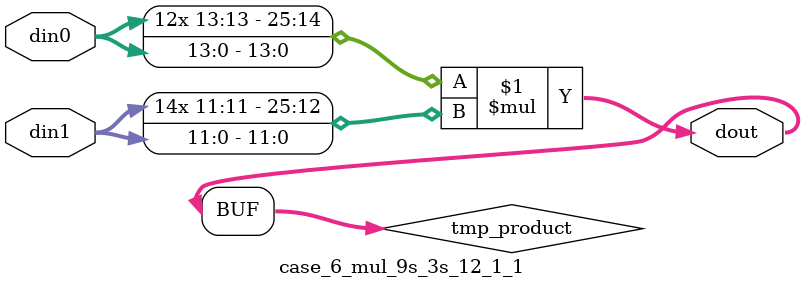
<source format=v>

`timescale 1 ns / 1 ps

 module case_6_mul_9s_3s_12_1_1(din0, din1, dout);
parameter ID = 1;
parameter NUM_STAGE = 0;
parameter din0_WIDTH = 14;
parameter din1_WIDTH = 12;
parameter dout_WIDTH = 26;

input [din0_WIDTH - 1 : 0] din0; 
input [din1_WIDTH - 1 : 0] din1; 
output [dout_WIDTH - 1 : 0] dout;

wire signed [dout_WIDTH - 1 : 0] tmp_product;



























assign tmp_product = $signed(din0) * $signed(din1);








assign dout = tmp_product;





















endmodule

</source>
